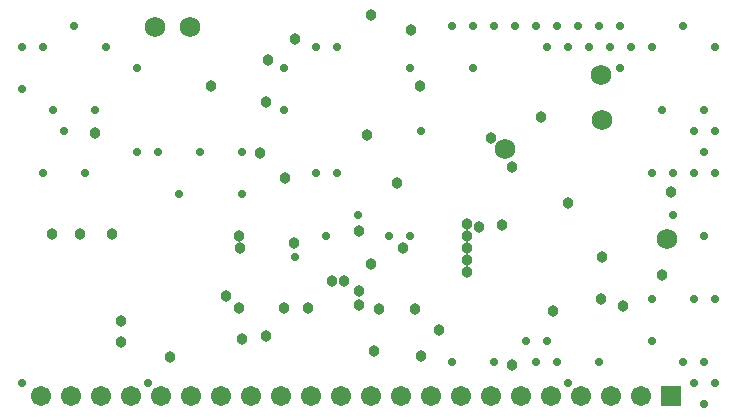
<source format=gbs>
G04 Layer_Color=16711935*
%FSLAX43Y43*%
%MOMM*%
G71*
G01*
G75*
%ADD58C,0.965*%
%ADD59C,1.727*%
%ADD60R,1.703X1.703*%
%ADD61C,1.703*%
%ADD62C,0.711*%
D58*
X69342Y58801D02*
D03*
X73787Y84201D02*
D03*
X92202Y56642D02*
D03*
X94615Y77597D02*
D03*
X88392Y68580D02*
D03*
X71501Y82423D02*
D03*
X72974Y72466D02*
D03*
X104902Y64262D02*
D03*
X72898Y61468D02*
D03*
X74930D02*
D03*
X95631Y61214D02*
D03*
X80946Y61388D02*
D03*
X101600Y61595D02*
D03*
X83947Y61341D02*
D03*
X88392Y64516D02*
D03*
Y65532D02*
D03*
Y66548D02*
D03*
X79934Y76073D02*
D03*
X80264Y86233D02*
D03*
X82423Y72009D02*
D03*
X56911Y76312D02*
D03*
X105664Y71247D02*
D03*
X53213Y67691D02*
D03*
X55626D02*
D03*
X58293D02*
D03*
X67945Y62484D02*
D03*
X69088Y61468D02*
D03*
X63246Y57277D02*
D03*
X59055Y60325D02*
D03*
X66675Y80264D02*
D03*
X69037Y67513D02*
D03*
X69164Y66497D02*
D03*
X84379Y80264D02*
D03*
X90424Y75819D02*
D03*
X80264Y65151D02*
D03*
X85979Y59563D02*
D03*
X82931Y66548D02*
D03*
X70879Y74536D02*
D03*
X83615Y85012D02*
D03*
X71374Y59055D02*
D03*
X80518Y57785D02*
D03*
X59055Y58547D02*
D03*
X73730Y66986D02*
D03*
X84455Y57404D02*
D03*
X88392Y67564D02*
D03*
X79248Y62865D02*
D03*
X76962Y63754D02*
D03*
X77978D02*
D03*
X79248Y61722D02*
D03*
X99822Y65786D02*
D03*
X99695Y62230D02*
D03*
X92202Y73406D02*
D03*
X91313Y68453D02*
D03*
X79248Y67945D02*
D03*
X96901Y70358D02*
D03*
X89408Y68326D02*
D03*
X71374Y78916D02*
D03*
D59*
X105283Y67310D02*
D03*
X61976Y85217D02*
D03*
X64897D02*
D03*
X99822Y77343D02*
D03*
X99695Y81153D02*
D03*
X91567Y74881D02*
D03*
D60*
X105664Y53975D02*
D03*
D61*
X103124D02*
D03*
X100584D02*
D03*
X98044D02*
D03*
X95504D02*
D03*
X92964D02*
D03*
X90424D02*
D03*
X87884D02*
D03*
X85344D02*
D03*
X82804D02*
D03*
X80264D02*
D03*
X77724D02*
D03*
X75184D02*
D03*
X72644D02*
D03*
X70104D02*
D03*
X67564D02*
D03*
X65024D02*
D03*
X62484D02*
D03*
X59944D02*
D03*
X57404D02*
D03*
X54864D02*
D03*
X52324D02*
D03*
D62*
X109347Y83566D02*
D03*
X108458Y78232D02*
D03*
X109347Y76454D02*
D03*
X108458Y74676D02*
D03*
X109347Y72898D02*
D03*
X108458Y67564D02*
D03*
X109347Y62230D02*
D03*
X108458Y56896D02*
D03*
X109347Y55118D02*
D03*
X108458Y53340D02*
D03*
X106680Y85344D02*
D03*
X107569Y76454D02*
D03*
Y72898D02*
D03*
Y62230D02*
D03*
X106680Y56896D02*
D03*
X107569Y55118D02*
D03*
X104902Y78232D02*
D03*
X105791Y72898D02*
D03*
Y69342D02*
D03*
X104013Y83566D02*
D03*
Y72898D02*
D03*
Y62230D02*
D03*
Y58674D02*
D03*
X101346Y85344D02*
D03*
X102235Y83566D02*
D03*
X101346Y81788D02*
D03*
X99568Y85344D02*
D03*
X100457Y83566D02*
D03*
X99568Y56896D02*
D03*
X97790Y85344D02*
D03*
X98679Y83566D02*
D03*
X96012Y85344D02*
D03*
X96901Y83566D02*
D03*
X96012Y56896D02*
D03*
X96901Y55118D02*
D03*
X94234Y85344D02*
D03*
X95123Y83566D02*
D03*
Y58674D02*
D03*
X94234Y56896D02*
D03*
X92456Y85344D02*
D03*
X93345Y58674D02*
D03*
X90678Y85344D02*
D03*
Y56896D02*
D03*
X88900Y85344D02*
D03*
Y81788D02*
D03*
X87122Y85344D02*
D03*
Y56896D02*
D03*
X83566Y81788D02*
D03*
X84455Y76454D02*
D03*
X83566Y67564D02*
D03*
X81788D02*
D03*
X79121Y69342D02*
D03*
X77343Y83566D02*
D03*
Y72898D02*
D03*
X76454Y67564D02*
D03*
X75565Y83566D02*
D03*
Y72898D02*
D03*
X72898Y81788D02*
D03*
Y78232D02*
D03*
X73787Y65786D02*
D03*
X69342Y74676D02*
D03*
Y71120D02*
D03*
X65786Y74676D02*
D03*
X64008Y71120D02*
D03*
X62230Y74676D02*
D03*
X60452Y81788D02*
D03*
Y74676D02*
D03*
X61341Y55118D02*
D03*
X57785Y83566D02*
D03*
X56896Y78232D02*
D03*
X55118Y85344D02*
D03*
X56007Y72898D02*
D03*
X53340Y78232D02*
D03*
X54229Y76454D02*
D03*
X52451Y83566D02*
D03*
Y72898D02*
D03*
X50673Y83566D02*
D03*
Y80010D02*
D03*
Y55118D02*
D03*
M02*

</source>
